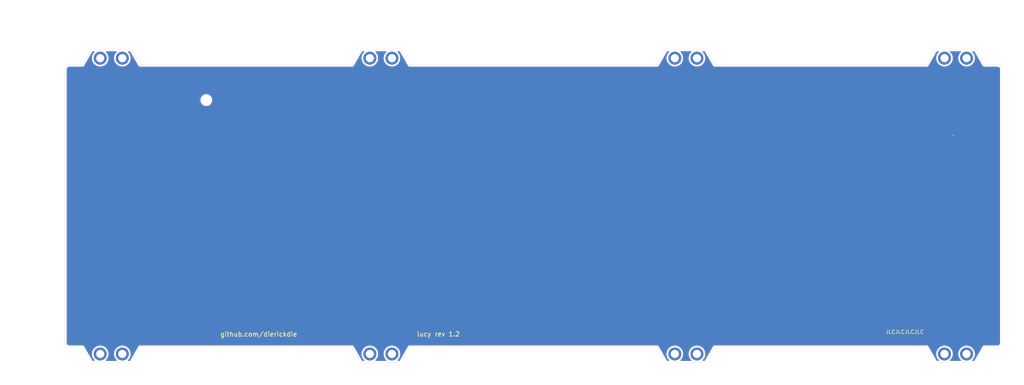
<source format=kicad_pcb>
(kicad_pcb (version 20171130) (host pcbnew "(5.1.4-0)")
  (layers (0 F.Cu signal) (31 B.Cu signal) (34 B.Paste user) (35 F.Paste user) (36 B.SilkS user) (37 F.SilkS user) (38 B.Mask user) (39 F.Mask user) (44 Edge.Cuts user))
  (net 0 "")
  (net 1 GND)
  (net 2 "Net-(R1-Pad2)")
  (module random-keyboard-parts:Generic-Mounthole (layer F.Cu) (at 389.360818 38.683016)
    (fp_text reference H7)
    (fp_text value MountingHole)
    (pad 1 thru_hole circle (at 0 0) (size 3.5 3.5) (drill 2.2) (layers *.Cu *.Mask))
  )
  (module random-keyboard-parts:Generic-Mounthole (layer F.Cu) (at 383.407698 118.454824)
    (fp_text reference H17)
    (fp_text value MountingHole)
    (pad 1 thru_hole circle (at 0 0) (size 3.5 3.5) (drill 2.2) (layers *.Cu *.Mask))
  )
  (module random-keyboard-parts:Generic-Mounthole (layer F.Cu) (at 383.407698 38.683016)
    (fp_text reference H16)
    (fp_text value MountingHole)
    (pad 1 thru_hole circle (at 0 0) (size 3.5 3.5) (drill 2.2) (layers *.Cu *.Mask))
  )
  (module random-keyboard-parts:Generic-Mounthole (layer F.Cu) (at 316.732754 118.454824)
    (fp_text reference H15)
    (fp_text value MountingHole)
    (pad 1 thru_hole circle (at 0 0) (size 3.5 3.5) (drill 2.2) (layers *.Cu *.Mask))
  )
  (module random-keyboard-parts:Generic-Mounthole (layer F.Cu) (at 316.732754 38.683016)
    (fp_text reference H14)
    (fp_text value MountingHole)
    (pad 1 thru_hole circle (at 0 0) (size 3.5 3.5) (drill 2.2) (layers *.Cu *.Mask))
  )
  (module random-keyboard-parts:Generic-Mounthole (layer F.Cu) (at 228.626578 118.454824)
    (fp_text reference H13)
    (fp_text value MountingHole)
    (pad 1 thru_hole circle (at 0 0) (size 3.5 3.5) (drill 2.2) (layers *.Cu *.Mask))
  )
  (module random-keyboard-parts:Generic-Mounthole (layer F.Cu) (at 228.626578 38.683016)
    (fp_text reference H11)
    (fp_text value MountingHole)
    (pad 1 thru_hole circle (at 0 0) (size 3.5 3.5) (drill 2.2) (layers *.Cu *.Mask))
  )
  (module random-keyboard-parts:Generic-Mounthole (layer F.Cu) (at 161.951634 118.454824)
    (fp_text reference H10)
    (fp_text value MountingHole)
    (pad 1 thru_hole circle (at 0 0) (size 3.5 3.5) (drill 2.2) (layers *.Cu *.Mask))
  )
  (module random-keyboard-parts:Generic-Mounthole (layer F.Cu) (at 161.951634 38.683016)
    (fp_text reference H9)
    (fp_text value MountingHole)
    (pad 1 thru_hole circle (at 0 0) (size 3.5 3.5) (drill 2.2) (layers *.Cu *.Mask))
  )
  (module Resistor_SMD:R_0603_1608Metric_Pad1.05x0.95mm_HandSolder (layer F.Cu) (at 389.361001 59.518904)
    (fp_text reference R1)
    (fp_text value R_Small)
    (pad 2 smd roundrect (at 0.875 0) (size 1.05 0.95) (layers F.Cu F.Paste F.Mask) (net 2 "Net-(R1-Pad2)"))
    (pad 1 smd roundrect (at -0.875 0) (size 1.05 0.95) (layers F.Cu F.Paste F.Mask) (net 1 GND))
  )
  (module random-keyboard-parts:Generic-Mounthole (layer F.Cu) (at 310.779634 118.454824)
    (fp_text reference H6)
    (fp_text value MountingHole)
    (pad 1 thru_hole circle (at 0 0) (size 3.5 3.5) (drill 2.2) (layers *.Cu *.Mask))
  )
  (module random-keyboard-parts:Generic-Mounthole (layer F.Cu) (at 310.779701 38.682951)
    (fp_text reference H5)
    (fp_text value MountingHole)
    (pad 1 thru_hole circle (at 0 0) (size 3.5 3.5) (drill 2.2) (layers *.Cu *.Mask))
  )
  (module random-keyboard-parts:Generic-Mounthole (layer F.Cu) (at 234.579607 118.454824)
    (fp_text reference H4)
    (fp_text value MountingHole)
    (pad 1 thru_hole circle (at 0 0) (size 3.5 3.5) (drill 2.2) (layers *.Cu *.Mask))
  )
  (module random-keyboard-parts:Generic-Mounthole (layer F.Cu) (at 234.579608 38.683016)
    (fp_text reference H3)
    (fp_text value MountingHole)
    (pad 1 thru_hole circle (at 0 0) (size 3.5 3.5) (drill 2.2) (layers *.Cu *.Mask))
  )
  (module random-keyboard-parts:Generic-Mounthole (layer F.Cu) (at 155.998315 118.454824)
    (fp_text reference H2)
    (fp_text value MountingHole)
    (pad 1 thru_hole circle (at 0 0) (size 3.5 3.5) (drill 2.2) (layers *.Cu *.Mask))
  )
  (module random-keyboard-parts:Generic-Mounthole (layer F.Cu) (at 155.998514 38.683016)
    (fp_text reference H1)
    (fp_text value MountingHole)
    (pad 1 thru_hole circle (at 0 0) (size 3.5 3.5) (drill 2.2) (layers *.Cu *.Mask))
  )
  (module random-keyboard-parts:Generic-Mounthole (layer F.Cu) (at 389.360818 118.454824)
    (fp_text reference H8)
    (fp_text value MountingHole)
    (pad 1 thru_hole circle (at 0 0) (size 3.5 3.5) (drill 2.2) (layers *.Cu *.Mask))
  )
  (module random-keyboard-parts:Generic-Mounthole (layer F.Cu) (at 184.57349 49.993944)
    (fp_text reference H12)
    (fp_text value MountingHole)
    (pad "" np_thru_hole circle (at 0 0) (size 2.2 2.2) (drill 2.2) (layers *.Cu *.Mask))
  )
  (module Keeb_footprints:MX100_outline (layer F.Cu) (at 389.36137 69.04388)
    (fp_text reference U53)
    (fp_text value HOLE)
  )
  (module Keeb_footprints:MX100_outline (layer F.Cu) (at 389.33601 107.1567)
    (fp_text reference U61)
    (fp_text value HOLE)
  )
  (module Keeb_footprints:MX100_outline (layer F.Cu) (at 389.33601 50.00646)
    (fp_text reference U49)
    (fp_text value HOLE)
  )
  (module Keeb_footprints:MX100_outline (layer F.Cu) (at 389.361002 88.10662)
    (fp_text reference U57)
    (fp_text value HOLE)
  )
  (module Keeb_footprints:MX100_outline (layer F.Cu) (at 365.52341 107.1567)
    (fp_text reference U48)
    (fp_text value HOLE)
  )
  (module Keeb_footprints:MX100_outline (layer F.Cu) (at 346.47333 107.16)
    (fp_text reference U47)
    (fp_text value HOLE)
  )
  (module Keeb_footprints:MX100_outline (layer F.Cu) (at 327.42325 107.1567)
    (fp_text reference U46)
    (fp_text value HOLE)
  )
  (module Keeb_footprints:MX100_outline (layer F.Cu) (at 308.37317 107.1567)
    (fp_text reference U45)
    (fp_text value HOLE)
  )
  (module Keeb_footprints:MX100_outline (layer F.Cu) (at 289.32309 107.1567)
    (fp_text reference U44)
    (fp_text value HOLE)
  )
  (module Keeb_footprints:MX100_outline (layer F.Cu) (at 270.27301 107.1567)
    (fp_text reference U43)
    (fp_text value HOLE)
  )
  (module Keeb_footprints:MX100_outline (layer F.Cu) (at 251.22293 107.1567)
    (fp_text reference U42)
    (fp_text value HOLE)
  )
  (module Keeb_footprints:MX100_outline (layer F.Cu) (at 251.22293 88.10662)
    (fp_text reference U30)
    (fp_text value HOLE)
  )
  (module Keeb_footprints:MX100_outline (layer F.Cu) (at 232.17285 88.10662)
    (fp_text reference U29)
    (fp_text value HOLE)
  )
  (module Keeb_footprints:MX100_outline (layer F.Cu) (at 213.12277 88.10662)
    (fp_text reference U28)
    (fp_text value HOLE)
  )
  (module Keeb_footprints:MX100_outline (layer F.Cu) (at 194.07269 88.10662)
    (fp_text reference U27)
    (fp_text value HOLE)
  )
  (module Keeb_footprints:MX100_outline (layer F.Cu) (at 175.02261 88.10662)
    (fp_text reference U26)
    (fp_text value HOLE)
  )
  (module Keeb_footprints:MX100_outline (layer F.Cu) (at 155.97253 88.10662)
    (fp_text reference U25)
    (fp_text value HOLE)
  )
  (module Keeb_footprints:MX100_outline (layer F.Cu) (at 365.52341 69.05654)
    (fp_text reference U24)
    (fp_text value HOLE)
  )
  (module Keeb_footprints:MX100_outline (layer F.Cu) (at 232.17285 107.1567)
    (fp_text reference U41)
    (fp_text value HOLE)
  )
  (module Keeb_footprints:MX100_outline (layer F.Cu) (at 213.12277 107.1567)
    (fp_text reference U40)
    (fp_text value HOLE)
  )
  (module Keeb_footprints:MX100_outline (layer F.Cu) (at 194.07269 107.1567)
    (fp_text reference U39)
    (fp_text value HOLE)
  )
  (module Keeb_footprints:MX100_outline (layer F.Cu) (at 175.02261 107.1567)
    (fp_text reference U38)
    (fp_text value HOLE)
  )
  (module Keeb_footprints:MX100_outline (layer F.Cu) (at 155.97253 107.1567)
    (fp_text reference U37)
    (fp_text value HOLE)
  )
  (module Keeb_footprints:MX100_outline (layer F.Cu) (at 365.52341 88.10662)
    (fp_text reference U36)
    (fp_text value HOLE)
  )
  (module Keeb_footprints:MX100_outline (layer F.Cu) (at 346.47333 88.10662)
    (fp_text reference U35)
    (fp_text value HOLE)
  )
  (module Keeb_footprints:MX100_outline (layer F.Cu) (at 327.42325 88.10662)
    (fp_text reference U34)
    (fp_text value HOLE)
  )
  (module Keeb_footprints:MX100_outline (layer F.Cu) (at 308.37317 88.10662)
    (fp_text reference U33)
    (fp_text value HOLE)
  )
  (module Keeb_footprints:MX100_outline (layer F.Cu) (at 289.32309 88.10662)
    (fp_text reference U32)
    (fp_text value HOLE)
  )
  (module Keeb_footprints:MX100_outline (layer F.Cu) (at 270.27301 88.10662)
    (fp_text reference U31)
    (fp_text value HOLE)
  )
  (module Keeb_footprints:MX100_outline (layer F.Cu) (at 346.47333 69.05654)
    (fp_text reference U23)
    (fp_text value HOLE)
  )
  (module Keeb_footprints:MX100_outline (layer F.Cu) (at 327.42325 69.05654)
    (fp_text reference U22)
    (fp_text value HOLE)
  )
  (module Keeb_footprints:MX100_outline (layer F.Cu) (at 308.37317 69.05654)
    (fp_text reference U21)
    (fp_text value HOLE)
  )
  (module Keeb_footprints:MX100_outline (layer F.Cu) (at 289.32309 69.05654)
    (fp_text reference U20)
    (fp_text value HOLE)
  )
  (module Keeb_footprints:MX100_outline (layer F.Cu) (at 270.27301 69.05654)
    (fp_text reference U19)
    (fp_text value HOLE)
  )
  (module Keeb_footprints:MX100_outline (layer F.Cu) (at 251.22293 69.05654)
    (fp_text reference U18)
    (fp_text value HOLE)
  )
  (module Keeb_footprints:MX100_outline (layer F.Cu) (at 232.17285 69.05654)
    (fp_text reference U17)
    (fp_text value HOLE)
  )
  (module Keeb_footprints:MX100_outline (layer F.Cu) (at 213.12277 69.05654)
    (fp_text reference U16)
    (fp_text value HOLE)
  )
  (module Keeb_footprints:MX100_outline (layer F.Cu) (at 194.07269 69.05654)
    (fp_text reference U15)
    (fp_text value HOLE)
  )
  (module Keeb_footprints:MX100_outline (layer F.Cu) (at 175.02261 69.05654)
    (fp_text reference U14)
    (fp_text value HOLE)
  )
  (module Keeb_footprints:MX100_outline (layer F.Cu) (at 155.97253 69.05654)
    (fp_text reference U13)
    (fp_text value HOLE)
  )
  (module Keeb_footprints:MX100_outline (layer F.Cu) (at 365.52341 50.00646)
    (fp_text reference U12)
    (fp_text value HOLE)
  )
  (module Keeb_footprints:MX100_outline (layer F.Cu) (at 346.47333 50.00646)
    (fp_text reference U11)
    (fp_text value HOLE)
  )
  (module Keeb_footprints:MX100_outline (layer F.Cu) (at 327.42325 50.00646)
    (fp_text reference U10)
    (fp_text value HOLE)
  )
  (module Keeb_footprints:MX100_outline (layer F.Cu) (at 308.37317 50.00646)
    (fp_text reference U9)
    (fp_text value HOLE)
  )
  (module Keeb_footprints:MX100_outline (layer F.Cu) (at 289.32309 50.00646)
    (fp_text reference U8)
    (fp_text value HOLE)
  )
  (module Keeb_footprints:MX100_outline (layer F.Cu) (at 270.27301 50.00646)
    (fp_text reference U7)
    (fp_text value HOLE)
  )
  (module Keeb_footprints:MX100_outline (layer F.Cu) (at 251.22293 50.00646)
    (fp_text reference U6)
    (fp_text value HOLE)
  )
  (module Keeb_footprints:MX100_outline (layer F.Cu) (at 232.17285 50.00646)
    (fp_text reference U5)
    (fp_text value HOLE)
  )
  (module Keeb_footprints:MX100_outline (layer F.Cu) (at 213.12277 50.00646)
    (fp_text reference U4)
    (fp_text value HOLE)
  )
  (module Keeb_footprints:MX100_outline (layer F.Cu) (at 194.07269 50.00646)
    (fp_text reference U3)
    (fp_text value HOLE)
  )
  (module Keeb_footprints:MX100_outline (layer F.Cu) (at 175.02261 50.00646)
    (fp_text reference U2)
    (fp_text value HOLE)
  )
  (module Keeb_footprints:MX100_outline (layer F.Cu) (at 155.97253 50.00646)
    (fp_text reference U1)
    (fp_text value HOLE)
  )
  (gr_arc (start 397.695186 41.659576) (end 398.88581 41.659576) (angle -90) (layer Edge.Cuts) (width 0.05))
  (gr_arc (start 397.695186 115.478264) (end 397.695186 116.668888) (angle -90) (layer Edge.Cuts) (width 0.05))
  (gr_arc (start 147.664146 115.478264) (end 146.473522 115.478264) (angle -90) (layer Edge.Cuts) (width 0.05))
  (gr_arc (start 147.664146 41.659576) (end 147.664146 40.468952) (angle -90) (layer Edge.Cuts) (width 0.05))
  (gr_line (start 391.742066 120.836072) (end 394.123314 116.668888) (layer Edge.Cuts) (width 0.05))
  (gr_line (start 381.02645 120.836072) (end 378.645202 116.668888) (layer Edge.Cuts) (width 0.05))
  (gr_line (start 391.742066 120.836072) (end 381.02645 120.836072) (layer Edge.Cuts) (width 0.05))
  (gr_line (start 319.114002 120.836072) (end 321.49525 116.668888) (layer Edge.Cuts) (width 0.05))
  (gr_line (start 308.398386 120.836072) (end 306.017138 116.668888) (layer Edge.Cuts) (width 0.05))
  (gr_line (start 319.114002 120.836072) (end 308.398386 120.836072) (layer Edge.Cuts) (width 0.05))
  (gr_line (start 236.960946 120.836072) (end 239.342194 116.668888) (layer Edge.Cuts) (width 0.05))
  (gr_line (start 226.24533 120.836072) (end 223.864082 116.668888) (layer Edge.Cuts) (width 0.05))
  (gr_line (start 236.960946 120.836072) (end 226.24533 120.836072) (layer Edge.Cuts) (width 0.05))
  (gr_line (start 164.332882 120.836072) (end 166.71413 116.668888) (layer Edge.Cuts) (width 0.05))
  (gr_line (start 153.617266 120.836072) (end 151.236018 116.668888) (layer Edge.Cuts) (width 0.05))
  (gr_line (start 164.332882 120.836072) (end 153.617266 120.836072) (layer Edge.Cuts) (width 0.05))
  (gr_line (start 381.02645 36.301768) (end 378.645202 40.468952) (layer Edge.Cuts) (width 0.05))
  (gr_line (start 391.742066 36.301768) (end 394.123314 40.468952) (layer Edge.Cuts) (width 0.05))
  (gr_line (start 381.02645 36.301768) (end 391.742066 36.301768) (layer Edge.Cuts) (width 0.05))
  (gr_line (start 308.398386 36.301704) (end 306.017138 40.468888) (layer Edge.Cuts) (width 0.05))
  (gr_line (start 319.114002 36.301704) (end 321.49525 40.468888) (layer Edge.Cuts) (width 0.05))
  (gr_line (start 308.398386 36.301704) (end 319.114002 36.301704) (layer Edge.Cuts) (width 0.05))
  (gr_line (start 226.24533 36.301768) (end 223.864082 40.468952) (layer Edge.Cuts) (width 0.05))
  (gr_line (start 236.960946 36.301768) (end 239.342194 40.468952) (layer Edge.Cuts) (width 0.05))
  (gr_line (start 226.24533 36.301768) (end 236.960946 36.301768) (layer Edge.Cuts) (width 0.05))
  (gr_line (start 153.617266 36.301768) (end 151.236018 40.468952) (layer Edge.Cuts) (width 0.05))
  (gr_line (start 164.332882 36.301768) (end 166.71413 40.468952) (layer Edge.Cuts) (width 0.05))
  (gr_line (start 153.617266 36.301768) (end 164.332882 36.301768) (layer Edge.Cuts) (width 0.05))
  (gr_line (start 151.236018 40.468952) (end 147.664146 40.46888) (layer Edge.Cuts) (width 0.05))
  (gr_line (start 394.123314 116.668888) (end 397.695186 116.66908) (layer Edge.Cuts) (width 0.05))
  (gr_line (start 321.49525 116.669016) (end 378.645202 116.668888) (layer Edge.Cuts) (width 0.05))
  (gr_line (start 239.342194 116.668888) (end 306.017138 116.669016) (layer Edge.Cuts) (width 0.05))
  (gr_line (start 166.71413 116.668888) (end 223.864082 116.668888) (layer Edge.Cuts) (width 0.05))
  (gr_line (start 147.664146 116.668888) (end 151.236018 116.668888) (layer Edge.Cuts) (width 0.05))
  (gr_line (start 146.473522 41.659576) (end 146.47285 115.478264) (layer Edge.Cuts) (width 0.05))
  (gr_line (start 223.864082 40.468952) (end 166.71413 40.468952) (layer Edge.Cuts) (width 0.05))
  (gr_line (start 306.017138 40.468888) (end 239.342194 40.468952) (layer Edge.Cuts) (width 0.05))
  (gr_line (start 378.645202 40.468952) (end 321.49525 40.468888) (layer Edge.Cuts) (width 0.05))
  (gr_line (start 397.695186 40.468952) (end 394.123314 40.468952) (layer Edge.Cuts) (width 0.05))
  (gr_line (start 398.88641 115.478264) (end 398.88641 41.659576) (layer Edge.Cuts) (width 0.05))
  (gr_text JLCJLCJLCJLC (at 372.692082 112.501704) (layer F.SilkS) (effects (font (size 1 1))))
  (gr_text github.com/dierickdie (at 198.702248 113.136076) (layer F.SilkS) (effects (font (size 1.25 1.25) (thickness 0.2))))
  (gr_text "lucy rev 1.2" (at 247.08125 113.097016) (layer F.SilkS) (effects (font (size 1.25 1.25) (thickness 0.2))))
  (via (at 385.789477 59.51884) (size 0.5) (drill 0.25) (layers F.Cu B.Cu) (net 1))
  (segment (start 388.306682 59.51884) (end 385.789477 59.51884) (width 0.25) (layer F.Cu) (net 1))
  (zone (net 1) (net_name GND) (layer B.Cu) (connect_pads (clearance 0.508)) (min_thickness 0.254) (fill yes (arc_segments 32) (thermal_gap 0.508) (thermal_bridge_width 0.508))
    (polygon (pts (xy 404.83956 34.51561) (xy 404.83956 123.81286) (xy 142.90096 123.81286) (xy 142.90096 34.51561)))
  )
  (zone (net 1) (net_name GND) (layer F.Cu) (connect_pads (clearance 0.508)) (min_thickness 0.254) (fill yes (arc_segments 32) (thermal_gap 0.508) (thermal_bridge_width 0.508))
    (polygon (pts (xy 404.83956 34.51561) (xy 404.83956 123.81286) (xy 142.90096 123.81286) (xy 142.90096 34.51561)))
  )
)
</source>
